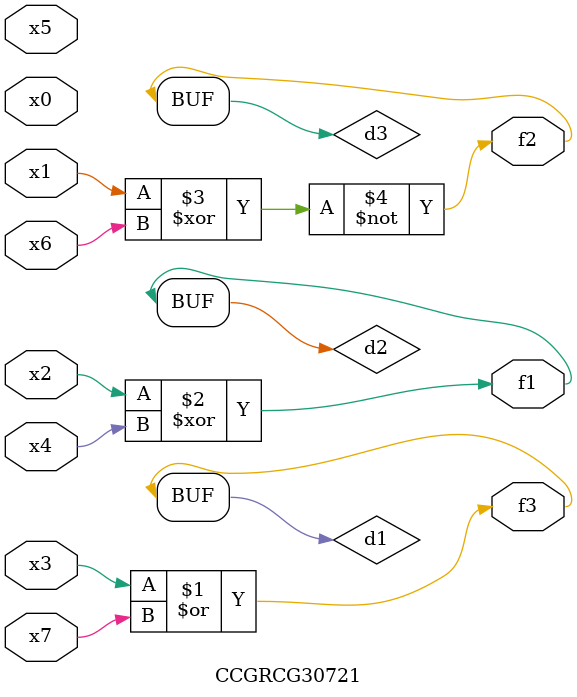
<source format=v>
module CCGRCG30721(
	input x0, x1, x2, x3, x4, x5, x6, x7,
	output f1, f2, f3
);

	wire d1, d2, d3;

	or (d1, x3, x7);
	xor (d2, x2, x4);
	xnor (d3, x1, x6);
	assign f1 = d2;
	assign f2 = d3;
	assign f3 = d1;
endmodule

</source>
